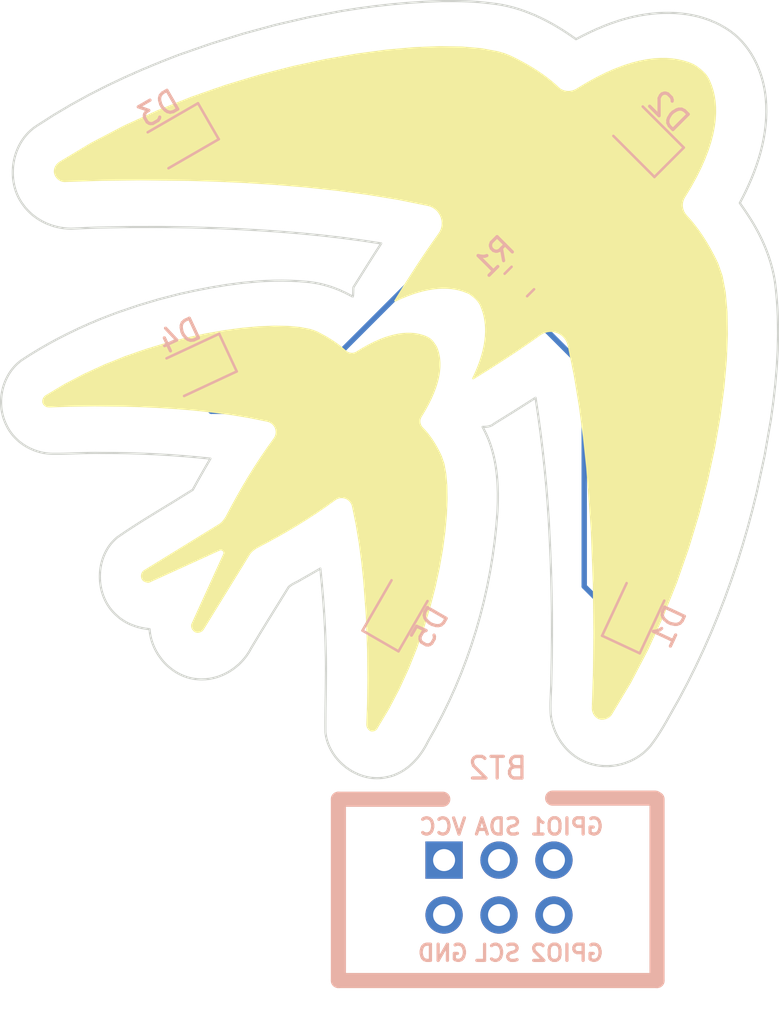
<source format=kicad_pcb>
(kicad_pcb (version 20211014) (generator pcbnew)
  (layers (0 "F.Cu" signal) (31 "B.Cu" signal) (34 "B.Paste" user) (35 "F.Paste" user) (36 "B.SilkS" user "B.Silkscreen") (37 "F.SilkS" user "F.Silkscreen") (38 "B.Mask" user) (39 "F.Mask" user) (44 "Edge.Cuts" user))
  (net 0 "")
  (net 1 "Net-(D1-Pad1)")
  (net 2 "Net-(D1-Pad2)")
  (net 3 "Net-(D2-Pad2)")
  (net 4 "Net-(D3-Pad2)")
  (net 5 "Net-(D4-Pad2)")
  (net 6 "Net-(BT2-Pad1)")
  (net 7 "Net-(BT2-Pad2)")
  (footprint "Simple_Addon_v2:Simple_Addon_v2-SAO-2x3" (layer "F.Cu") (at 168 94)
    (fp_text reference "BT2" (at 0 -5.5) (layer "B.SilkS") (effects (justify mirror)))
    (fp_text value "Battery_Cell")
    (fp_text user "SCL" (at 0 3.048) (layer "B.SilkS") (effects (font (size 0.75 0.75)) (justify mirror)))
    (fp_text user "GND" (at -2.54 3.048 unlocked) (layer "B.SilkS") (effects (font (size 0.75 0.75)) (justify mirror)))
    (fp_text user "VCC" (at -2.54 -2.794 unlocked) (layer "B.SilkS") (effects (font (size 0.75 0.75)) (justify mirror)))
    (fp_text user "GPIO2" (at 3.2 3.048) (layer "B.SilkS") (effects (font (size 0.75 0.75)) (justify mirror)))
    (fp_text user "GPIO1" (at 3.2 -2.794 unlocked) (layer "B.SilkS") (effects (font (size 0.75 0.75)) (justify mirror)))
    (fp_text user "SDA" (at 0 -2.794 unlocked) (layer "B.SilkS") (effects (font (size 0.75 0.75)) (justify mirror)))
    (fp_line (start 7.366 4.318) (end 7.366 -4.064) (layer "B.SilkS") (width 0.7))
    (fp_line (start -2.54 -4.064) (end -7.366 -4.064) (layer "B.SilkS") (width 0.7))
    (fp_line (start -7.366 4.318) (end 7.366 4.318) (layer "B.SilkS") (width 0.7))
    (fp_line (start 7.27964 -4.1148) (end 2.54 -4.1148) (layer "B.SilkS") (width 0.7))
    (fp_line (start -7.366 -4.064) (end -7.366 4.318) (layer "B.SilkS") (width 0.7))
    (pad "1" thru_hole rect locked (at -2.48 -1.25 270) (size 1.7272 1.7272) (drill 1.016) (layers *.Cu *.Mask) (net 6 "Net-(BT2-Pad1)"))
    (pad "2" thru_hole circle locked (at -2.48 1.29 270) (size 1.7272 1.7272) (drill 1.016) (layers *.Cu *.Mask) (net 7 "Net-(BT2-Pad2)"))
    (pad "3" thru_hole oval locked (at 0.06 -1.25 270) (size 1.7272 1.7272) (drill 1.016) (layers *.Cu *.Mask))
    (pad "4" thru_hole oval locked (at 0.06 1.29 270) (size 1.7272 1.7272) (drill 1.016) (layers *.Cu *.Mask))
    (pad "5" thru_hole circle locked (at 2.6 -1.25 270) (size 1.7272 1.7272) (drill 1.016) (layers *.Cu *.Mask))
    (pad "6" thru_hole circle locked (at 2.6 1.29 270) (size 1.7272 1.7272) (drill 1.016) (layers *.Cu *.Mask))
  )
  (footprint "LED_SMD:LED_0805_2012Metric" (layer "B.Cu") (at 153.16325 59.432663 -150)
    (fp_text reference "D3" (at 0 1.65 30) (layer "B.SilkS") (effects (justify mirror)))
    (fp_text value "LED")
    (fp_line (start 1 0.96) (end -1.685 0.96) (layer "B.SilkS") (width 0.12))
    (fp_line (start -1.685 0.96) (end -1.685 -0.96) (layer "B.SilkS") (width 0.12))
    (fp_line (start -1.685 -0.96) (end 1 -0.96) (layer "B.SilkS") (width 0.12))
    (pad "1" smd roundrect (at -0.9375 0 210) (size 0.975 1.4) (layers "B.Cu" "B.Paste" "B.Mask") (net 3 "Net-(D2-Pad2)"))
    (pad "2" smd roundrect (at 0.9375 0 210) (size 0.975 1.4) (layers "B.Cu" "B.Paste" "B.Mask") (net 4 "Net-(D3-Pad2)"))
  )
  (footprint "LED_SMD:LED_0805_2012Metric" (layer "B.Cu") (at 154 70 -155)
    (fp_text reference "D4" (at 0 1.65 25) (layer "B.SilkS") (effects (justify mirror)))
    (fp_text value "LED")
    (fp_line (start 1 0.96) (end -1.685 0.96) (layer "B.SilkS") (width 0.12))
    (fp_line (start -1.685 -0.96) (end 1 -0.96) (layer "B.SilkS") (width 0.12))
    (fp_line (start -1.685 0.96) (end -1.685 -0.96) (layer "B.SilkS") (width 0.12))
    (pad "1" smd roundrect (at -0.9375 0 205) (size 0.975 1.4) (layers "B.Cu" "B.Paste" "B.Mask") (net 4 "Net-(D3-Pad2)"))
    (pad "2" smd roundrect (at 0.9375 0 205) (size 0.975 1.4) (layers "B.Cu" "B.Paste" "B.Mask") (net 5 "Net-(D4-Pad2)"))
  )
  (footprint "LED_SMD:LED_0805_2012Metric" (layer "B.Cu") (at 174.408333 81.256623 65)
    (fp_text reference "D1" (at 0 1.65 65) (layer "B.SilkS") (effects (justify mirror)))
    (fp_text value "LED")
    (fp_line (start 1 0.96) (end -1.685 0.96) (layer "B.SilkS") (width 0.12))
    (fp_line (start -1.685 0.96) (end -1.685 -0.96) (layer "B.SilkS") (width 0.12))
    (fp_line (start -1.685 -0.96) (end 1 -0.96) (layer "B.SilkS") (width 0.12))
    (pad "1" smd roundrect (at -0.9375 0 65) (size 0.975 1.4) (layers "B.Cu" "B.Paste" "B.Mask") (net 1 "Net-(D1-Pad1)"))
    (pad "2" smd roundrect (at 0.9375 0 65) (size 0.975 1.4) (layers "B.Cu" "B.Paste" "B.Mask") (net 2 "Net-(D1-Pad2)"))
  )
  (footprint "Resistor_SMD:R_0805_2012Metric" (layer "B.Cu") (at 169 66 -135)
    (fp_text reference "R1" (at 0 1.65 45) (layer "B.SilkS") (effects (justify mirror)))
    (fp_text value "R")
    (fp_line (start -0.227064 0.735) (end 0.227064 0.735) (layer "B.SilkS") (width 0.12))
    (fp_line (start -0.227064 -0.735) (end 0.227064 -0.735) (layer "B.SilkS") (width 0.12))
    (pad "1" smd roundrect (at -0.9125 0 225) (size 1.025 1.4) (layers "B.Cu" "B.Paste" "B.Mask") (roundrect_rratio 0.243902) (net 7 "Net-(BT2-Pad2)"))
    (pad "2" smd roundrect (at 0.9125 0 225) (size 1.025 1.4) (layers "B.Cu" "B.Paste" "B.Mask") (roundrect_rratio 0.243902) (net 1 "Net-(D1-Pad1)"))
  )
  (footprint "LED_SMD:LED_0805_2012Metric" (layer "B.Cu") (at 174.733692 59.297538 135)
    (fp_text reference "D2" (at 0 1.65 135) (layer "B.SilkS") (effects (justify mirror)))
    (fp_text value "LED")
    (fp_line (start 1 0.96) (end -1.685 0.96) (layer "B.SilkS") (width 0.12))
    (fp_line (start -1.685 -0.96) (end 1 -0.96) (layer "B.SilkS") (width 0.12))
    (fp_line (start -1.685 0.96) (end -1.685 -0.96) (layer "B.SilkS") (width 0.12))
    (pad "1" smd roundrect (at -0.9375 0 135) (size 0.975 1.4) (layers "B.Cu" "B.Paste" "B.Mask") (net 2 "Net-(D1-Pad2)"))
    (pad "2" smd roundrect (at 0.9375 0 135) (size 0.975 1.4) (layers "B.Cu" "B.Paste" "B.Mask") (net 3 "Net-(D2-Pad2)"))
  )
  (footprint "LED_SMD:LED_0805_2012Metric" (layer "B.Cu") (at 163.42275 81.159746 60)
    (fp_text reference "D5" (at 0 1.65 60) (layer "B.SilkS") (effects (justify mirror)))
    (fp_text value "LED")
    (fp_line (start -1.685 0.96) (end -1.685 -0.96) (layer "B.SilkS") (width 0.12))
    (fp_line (start -1.685 -0.96) (end 1 -0.96) (layer "B.SilkS") (width 0.12))
    (fp_line (start 1 0.96) (end -1.685 0.96) (layer "B.SilkS") (width 0.12))
    (pad "1" smd roundrect (at -0.9375 0 60) (size 0.975 1.4) (layers "B.Cu" "B.Paste" "B.Mask") (net 5 "Net-(D4-Pad2)"))
    (pad "2" smd roundrect (at 0.9375 0 60) (size 0.975 1.4) (layers "B.Cu" "B.Paste" "B.Mask") (net 6 "Net-(BT2-Pad1)"))
  )
  (gr_poly (pts (xy 158.293819 68.049941) (xy 158.841641 68.098594) (xy 159.296445 68.184144) (xy 159.485962 68.240417) (xy 159.64862 68.305506) (xy 159.755913 68.360077) (xy 159.859563 68.414647) (xy 159.959648 68.469217) (xy 160.056244 68.523787) (xy 160.149429 68.578358) (xy 160.239282 68.632928) (xy 160.325879 68.687498) (xy 160.409297 68.742069) (xy 160.489616 68.796639) (xy 160.566911 68.851209) (xy 160.64126 68.90578) (xy 160.712741 68.96035) (xy 160.781432 69.01492) (xy 160.84741 69.069491) (xy 160.910753 69.124061) (xy 160.971538 69.178631) (xy 160.984168 69.190723) (xy 160.99724 69.202189) (xy 161.010728 69.213026) (xy 161.024609 69.223228) (xy 161.053451 69.241709) (xy 161.083571 69.257593) (xy 161.114778 69.270842) (xy 161.146875 69.281416) (xy 161.17967 69.289277) (xy 161.212969 69.294387) (xy 161.246578 69.296705) (xy 161.280303 69.296195) (xy 161.313951 69.292817) (xy 161.347327 69.286532) (xy 161.363853 69.282287) (xy 161.380238 69.277301) (xy 161.396459 69.271569) (xy 161.41249 69.265086) (xy 161.428309 69.257847) (xy 161.44389 69.249848) (xy 161.459209 69.241083) (xy 161.474242 69.231548) (xy 161.756111 69.059291) (xy 162.026353 68.908932) (xy 162.285123 68.779424) (xy 162.532576 68.669722) (xy 162.768867 68.578778) (xy 162.99415 68.505546) (xy 163.208582 68.44898) (xy 163.412316 68.408033) (xy 163.605509 68.381658) (xy 163.788314 68.36881) (xy 163.960888 68.368442) (xy 164.123385 68.379507) (xy 164.27596 68.400959) (xy 164.418768 68.431752) (xy 164.551964 68.470839) (xy 164.675704 68.517173) (xy 164.700198 68.527399) (xy 164.724073 68.538205) (xy 164.747327 68.549555) (xy 164.769961 68.561408) (xy 164.791975 68.573726) (xy 164.813369 68.586471) (xy 164.834143 68.599603) (xy 164.854297 68.613084) (xy 164.87383 68.626876) (xy 164.892744 68.640938) (xy 164.911037 68.655233) (xy 164.92871 68.669722) (xy 164.945763 68.684366) (xy 164.962196 68.699126) (xy 164.978009 68.713963) (xy 164.993201 68.72884) (xy 165.05232 68.808214) (xy 165.081104 68.847902) (xy 165.108958 68.88759) (xy 165.135572 68.927277) (xy 165.160635 68.966965) (xy 165.172489 68.986808) (xy 165.183838 69.006652) (xy 165.194645 69.026496) (xy 165.204871 69.04634) (xy 165.251206 69.169788) (xy 165.290292 69.30219) (xy 165.321085 69.443815) (xy 165.342537 69.594937) (xy 165.353603 69.755825) (xy 165.353234 69.926751) (xy 165.340386 70.107987) (xy 165.314012 70.299803) (xy 165.273065 70.502471) (xy 165.216499 70.716263) (xy 165.143267 70.94145) (xy 165.052323 71.178302) (xy 164.94262 71.427092) (xy 164.813112 71.68809) (xy 164.662753 71.961568) (xy 164.490497 72.247798) (xy 164.480961 72.262831) (xy 164.472196 72.278151) (xy 164.464197 72.293732) (xy 164.456958 72.309551) (xy 164.450475 72.325583) (xy 164.444743 72.341804) (xy 164.439757 72.358189) (xy 164.435512 72.374715) (xy 164.432004 72.391357) (xy 164.429227 72.408092) (xy 164.427176 72.424894) (xy 164.425848 72.441739) (xy 164.425237 72.458605) (xy 164.425338 72.475465) (xy 164.426146 72.492296) (xy 164.427657 72.509074) (xy 164.429865 72.525774) (xy 164.432766 72.542373) (xy 164.436355 72.558845) (xy 164.440627 72.575168) (xy 164.445577 72.591316) (xy 164.451201 72.607265) (xy 164.457494 72.622992) (xy 164.46445 72.638472) (xy 164.472065 72.65368) (xy 164.480333 72.668592) (xy 164.489252 72.683185) (xy 164.498814 72.697434) (xy 164.509016 72.711315) (xy 164.519853 72.724803) (xy 164.531319 72.737875) (xy 164.54341 72.750506) (xy 164.598271 72.80693) (xy 164.653636 72.867037) (xy 164.709389 72.930786) (xy 164.765413 72.99814) (xy 164.821592 73.069059) (xy 164.877809 73.143506) (xy 164.933949 73.22144) (xy 164.989896 73.302824) (xy 165.045532 73.387619) (xy 165.100742 73.475785) (xy 165.155409 73.567285) (xy 165.209418 73.662079) (xy 165.262651 73.760129) (xy 165.314993 73.861395) (xy 165.366327 73.96584) (xy 165.416537 74.073424) (xy 165.537899 74.4256) (xy 165.623449 74.880409) (xy 165.672102 75.428237) (xy 165.682772 76.059473) (xy 165.654376 76.764505) (xy 165.585827 77.533719) (xy 165.476041 78.357505) (xy 165.323931 79.22625) (xy 165.128413 80.130341) (xy 164.888402 81.060167) (xy 164.602812 82.006115) (xy 164.270559 82.958574) (xy 163.890556 83.90793) (xy 163.461719 84.844571) (xy 162.982962 85.758886) (xy 162.4532 86.641263) (xy 162.447934 86.653432) (xy 162.442077 86.665137) (xy 162.435659 86.676377) (xy 162.428707 86.687151) (xy 162.421251 86.697461) (xy 162.41332 86.707305) (xy 162.404944 86.716685) (xy 162.396151 86.725599) (xy 162.386971 86.734048) (xy 162.377432 86.742032) (xy 162.367564 86.749551) (xy 162.357395 86.756605) (xy 162.336272 86.769317) (xy 162.314297 86.780169) (xy 162.291702 86.789161) (xy 162.268719 86.796293) (xy 162.245581 86.801564) (xy 162.22252 86.804974) (xy 162.199769 86.806525) (xy 162.177561 86.806214) (xy 162.156128 86.804044) (xy 162.135703 86.800013) (xy 162.123456 86.794822) (xy 162.111525 86.78918) (xy 162.088625 86.776603) (xy 162.067043 86.762399) (xy 162.046818 86.746683) (xy 162.027988 86.729571) (xy 162.010592 86.711181) (xy 161.994669 86.691628) (xy 161.980258 86.671028) (xy 161.967397 86.649498) (xy 161.956125 86.627155) (xy 161.94648 86.604113) (xy 161.938503 86.580491) (xy 161.93223 86.556403) (xy 161.927702 86.531967) (xy 161.924957 86.507297) (xy 161.924033 86.482512) (xy 161.958347 85.495265) (xy 161.972869 84.41376) (xy 161.960415 83.049478) (xy 161.902073 81.484278) (xy 161.778928 79.800018) (xy 161.687144 78.938822) (xy 161.572067 78.078558) (xy 161.431332 77.229458) (xy 161.262576 76.401755) (xy 161.254218 76.370057) (xy 161.244076 76.339478) (xy 161.23223 76.310053) (xy 161.218755 76.281814) (xy 161.203731 76.254796) (xy 161.187233 76.229033) (xy 161.16934 76.204559) (xy 161.15013 76.181407) (xy 161.129679 76.159612) (xy 161.108066 76.139207) (xy 161.085367 76.120226) (xy 161.06166 76.102704) (xy 161.037024 76.086674) (xy 161.011535 76.07217) (xy 160.98527 76.059226) (xy 160.958308 76.047876) (xy 160.930726 76.038153) (xy 160.902601 76.030093) (xy 160.874011 76.023728) (xy 160.845034 76.019092) (xy 160.815746 76.01622) (xy 160.786226 76.015145) (xy 160.756551 76.015902) (xy 160.726798 76.018524) (xy 160.697046 76.023045) (xy 160.66737 76.029499) (xy 160.63785 76.03792) (xy 160.608563 76.048341) (xy 160.579585 76.060798) (xy 160.550995 76.075323) (xy 160.52287 76.09195) (xy 160.495288 76.110715) (xy 160.049785 76.429765) (xy 159.605212 76.733312) (xy 159.16002 77.023217) (xy 158.712657 77.301339) (xy 158.261574 77.56954) (xy 157.805219 77.829679) (xy 157.342042 78.083617) (xy 156.870494 78.333214) (xy 156.845702 78.348407) (xy 156.820988 78.364221) (xy 156.79643 78.380654) (xy 156.772103 78.397707) (xy 156.748087 78.41538) (xy 156.724458 78.433674) (xy 156.701294 78.452587) (xy 156.678673 78.472121) (xy 156.656672 78.492274) (xy 156.635369 78.513048) (xy 156.61484 78.534442) (xy 156.595165 78.556456) (xy 156.576419 78.57909) (xy 156.558681 78.602344) (xy 156.542028 78.626219) (xy 156.526538 78.650714) (xy 154.409869 82.09043) (xy 154.402122 82.102599) (xy 154.393785 82.114298) (xy 154.384885 82.125522) (xy 154.375452 82.136267) (xy 154.365516 82.146527) (xy 154.355105 82.156298) (xy 154.344248 82.165575) (xy 154.332974 82.174352) (xy 154.309293 82.190391) (xy 154.284295 82.204376) (xy 154.258211 82.216268) (xy 154.231275 82.226029) (xy 154.203719 82.233618) (xy 154.175775 82.238999) (xy 154.147676 82.242132) (xy 154.119655 82.242978) (xy 154.091943 82.241499) (xy 154.064775 82.237656) (xy 154.051467 82.234836) (xy 154.038381 82.23141) (xy 154.025548 82.227373) (xy 154.012996 82.222722) (xy 153.988824 82.207225) (xy 153.965969 82.190527) (xy 153.94451 82.172666) (xy 153.924524 82.153681) (xy 153.906089 82.133611) (xy 153.889281 82.112495) (xy 153.874178 82.090371) (xy 153.860858 82.067278) (xy 153.849399 82.043255) (xy 153.839878 82.01834) (xy 153.832372 81.992573) (xy 153.826959 81.965992) (xy 153.823717 81.938636) (xy 153.822723 81.910544) (xy 153.823093 81.896234) (xy 153.824054 81.881754) (xy 153.825616 81.867109) (xy 153.827788 81.852305) (xy 155.309451 78.597798) (xy 155.311778 78.592838) (xy 155.313805 78.587883) (xy 155.315541 78.582937) (xy 155.316996 78.578006) (xy 155.31818 78.573094) (xy 155.319102 78.568207) (xy 155.319772 78.563349) (xy 155.3202 78.558524) (xy 155.320395 78.553738) (xy 155.320368 78.548996) (xy 155.320127 78.544303) (xy 155.319683 78.539662) (xy 155.319046 78.53508) (xy 155.318224 78.53056) (xy 155.317227 78.526109) (xy 155.316066 78.52173) (xy 155.31475 78.517429) (xy 155.313289 78.51321) (xy 155.309969 78.505038) (xy 155.306184 78.497254) (xy 155.302011 78.489897) (xy 155.297529 78.483005) (xy 155.292814 78.476616) (xy 155.287944 78.47077) (xy 155.282996 78.465506) (xy 155.277731 78.460558) (xy 155.271886 78.455688) (xy 155.265497 78.450972) (xy 155.258604 78.446489) (xy 155.251247 78.442316) (xy 155.243463 78.438531) (xy 155.235292 78.435211) (xy 155.226771 78.432433) (xy 155.217941 78.430276) (xy 155.208839 78.428816) (xy 155.199505 78.428131) (xy 155.194763 78.428104) (xy 155.189977 78.428299) (xy 155.185153 78.428727) (xy 155.180294 78.429397) (xy 155.175407 78.430319) (xy 155.170495 78.431503) (xy 155.165564 78.432958) (xy 155.160618 78.434694) (xy 155.155663 78.436721) (xy 155.150702 78.439047) (xy 151.896329 79.920714) (xy 151.881449 79.922886) (xy 151.866589 79.924448) (xy 151.851768 79.925409) (xy 151.837004 79.925778) (xy 151.822318 79.925567) (xy 151.807729 79.924784) (xy 151.793257 79.923439) (xy 151.77892 79.921541) (xy 151.764738 79.919101) (xy 151.75073 79.916128) (xy 151.736917 79.912632) (xy 151.723316 79.908622) (xy 151.709948 79.904109) (xy 151.696832 79.899101) (xy 151.683987 79.893609) (xy 151.671433 79.887642) (xy 151.659189 79.88121) (xy 151.647274 79.874322) (xy 151.635709 79.866989) (xy 151.624511 79.85922) (xy 151.613701 79.851024) (xy 151.603298 79.842412) (xy 151.593321 79.833393) (xy 151.58379 79.823977) (xy 151.574724 79.814173) (xy 151.566143 79.803991) (xy 151.558065 79.793441) (xy 151.55051 79.782532) (xy 151.543499 79.771275) (xy 151.537049 79.759678) (xy 151.53118 79.747752) (xy 151.525912 79.735507) (xy 151.52126 79.720626) (xy 151.517224 79.70576) (xy 151.513798 79.690923) (xy 151.510977 79.67613) (xy 151.508758 79.661394) (xy 151.507134 79.646732) (xy 151.506101 79.632157) (xy 151.505655 79.617683) (xy 151.50579 79.603326) (xy 151.506501 79.5891) (xy 151.507784 79.575018) (xy 151.509634 79.561097) (xy 151.512045 79.547351) (xy 151.515014 79.533793) (xy 151.518536 79.520438) (xy 151.522604 79.507302) (xy 151.527216 79.494398) (xy 151.532365 79.481742) (xy 151.538047 79.469347) (xy 151.544257 79.457228) (xy 151.55099 79.4454) (xy 151.558242 79.433877) (xy 151.566007 79.422673) (xy 151.574281 79.411805) (xy 151.583058 79.401284) (xy 151.592335 79.391128) (xy 151.602106 79.381349) (xy 151.612366 79.371962) (xy 151.62311 79.362983) (xy 151.634334 79.354425) (xy 151.646033 79.346303) (xy 151.658202 79.338631) (xy 155.097785 77.221964) (xy 155.12228 77.206474) (xy 155.146155 77.189821) (xy 155.169409 77.172083) (xy 155.192044 77.153338) (xy 155.214058 77.133662) (xy 155.235452 77.113134) (xy 155.256226 77.09183) (xy 155.27638 77.069829) (xy 155.295913 77.047208) (xy 155.314827 77.024044) (xy 155.33312 77.000415) (xy 155.350793 76.976398) (xy 155.367847 76.952072) (xy 155.38428 76.927513) (xy 155.400093 76.902798) (xy 155.415286 76.878007) (xy 155.664884 76.406458) (xy 155.918822 75.943282) (xy 156.178961 75.486928) (xy 156.447161 75.035844) (xy 156.725283 74.588482) (xy 157.015188 74.14329) (xy 157.318735 73.698717) (xy 157.637786 73.253214) (xy 157.65655 73.225632) (xy 157.673178 73.197507) (xy 157.687703 73.168917) (xy 157.700159 73.13994) (xy 157.710581 73.110652) (xy 157.719002 73.081132) (xy 157.725456 73.051456) (xy 157.729977 73.021704) (xy 157.732598 72.991951) (xy 157.733355 72.962276) (xy 157.73228 72.932755) (xy 157.729408 72.903468) (xy 157.724773 72.87449) (xy 157.718408 72.8459) (xy 157.710347 72.817775) (xy 157.700625 72.790193) (xy 157.689275 72.763231) (xy 157.676331 72.736966) (xy 157.661827 72.711477) (xy 157.645797 72.68684) (xy 157.628274 72.663134) (xy 157.609294 72.640435) (xy 157.588889 72.618821) (xy 157.567094 72.59837) (xy 157.543942 72.579159) (xy 157.519468 72.561266) (xy 157.493705 72.544769) (xy 157.466687 72.529744) (xy 157.438449 72.516269) (xy 157.409023 72.504423) (xy 157.378445 72.494281) (xy 157.346747 72.485922) (xy 156.519045 72.317167) (xy 155.669949 72.176432) (xy 154.809691 72.061356) (xy 153.948503 71.969572) (xy 153.096617 71.898717) (xy 152.264264 71.846427) (xy 151.461677 71.810338) (xy 150.699088 71.788085) (xy 149.33483 71.775631) (xy 148.253346 71.790152) (xy 147.26612 71.824465) (xy 147.251392 71.824234) (xy 147.236975 71.823542) (xy 147.222867 71.822394) (xy 147.20907 71.820796) (xy 147.195582 71.818753) (xy 147.182405 71.816268) (xy 147.169537 71.813348) (xy 147.15698 71.809996) (xy 147.144733 71.806218) (xy 147.132795 71.802018) (xy 147.121168 71.797402) (xy 147.109851 71.792374) (xy 147.098844 71.786939) (xy 147.088147 71.781102) (xy 147.07776 71.774868) (xy 147.067683 71.768241) (xy 147.057916 71.761226) (xy 147.048459 71.753829) (xy 147.039312 71.746054) (xy 147.030476 71.737906) (xy 147.021949 71.72939) (xy 147.013733 71.720511) (xy 147.005826 71.711273) (xy 146.99823 71.701681) (xy 146.990943 71.691741) (xy 146.983967 71.681456) (xy 146.977301 71.670833) (xy 146.970945 71.659875) (xy 146.964899 71.648587) (xy 146.959163 71.636976) (xy 146.948621 71.612797) (xy 146.946372 71.600397) (xy 146.944583 71.588006) (xy 146.94325 71.575634) (xy 146.942368 71.563291) (xy 146.941931 71.550987) (xy 146.941935 71.538732) (xy 146.942375 71.526535) (xy 146.943246 71.514405) (xy 146.944544 71.502353) (xy 146.946263 71.490389) (xy 146.948399 71.478521) (xy 146.950946 71.46676) (xy 146.957257 71.443596) (xy 146.965157 71.420974) (xy 146.974608 71.398973) (xy 146.985569 71.37767) (xy 146.998004 71.357141) (xy 147.011873 71.337465) (xy 147.027137 71.31872) (xy 147.043757 71.300982) (xy 147.052564 71.292515) (xy 147.061695 71.284329) (xy 147.071147 71.276434) (xy 147.080913 71.268839) (xy 147.963287 70.739079) (xy 148.877598 70.260322) (xy 149.814233 69.831485) (xy 150.763581 69.451483) (xy 151.71603 69.119229) (xy 152.661967 68.833639) (xy 153.591781 68.593628) (xy 154.49586 68.398111) (xy 155.364593 68.246001) (xy 156.188367 68.136214) (xy 156.95757 68.067666) (xy 157.662592 68.039269)) (layer "F.SilkS") (width 0) (fill solid))
  (gr_poly (pts (xy 166.345335 55.133083) (xy 167.255028 55.212769) (xy 168.009149 55.353225) (xy 168.32282 55.445661) (xy 168.591536 55.552593) (xy 168.77666 55.642187) (xy 168.955079 55.732324) (xy 169.126909 55.822925) (xy 169.292267 55.913915) (xy 169.451269 56.005214) (xy 169.604031 56.096746) (xy 169.75067 56.188433) (xy 169.891301 56.280197) (xy 170.026041 56.371962) (xy 170.155006 56.463648) (xy 170.278312 56.55518) (xy 170.396077 56.64648) (xy 170.508415 56.737469) (xy 170.615444 56.828071) (xy 170.717279 56.918207) (xy 170.814036 57.007801) (xy 170.834261 57.027102) (xy 170.855222 57.045318) (xy 170.876881 57.062449) (xy 170.899199 57.078495) (xy 170.922137 57.093455) (xy 170.945656 57.10733) (xy 170.994284 57.131825) (xy 171.044772 57.151978) (xy 171.09681 57.167791) (xy 171.150088 57.179264) (xy 171.204297 57.186395) (xy 171.259126 57.189185) (xy 171.314265 57.187635) (xy 171.369404 57.181744) (xy 171.424232 57.171512) (xy 171.478441 57.156939) (xy 171.53172 57.138026) (xy 171.583758 57.114771) (xy 171.634246 57.087176) (xy 172.110237 56.798828) (xy 172.566075 56.547726) (xy 173.002068 56.332048) (xy 173.418528 56.149972) (xy 173.815765 55.999678) (xy 174.194088 55.879343) (xy 174.553807 55.787146) (xy 174.895233 55.721265) (xy 175.218676 55.679878) (xy 175.524445 55.661165) (xy 175.812851 55.663303) (xy 176.084203 55.684471) (xy 176.338813 55.722847) (xy 176.576989 55.77661) (xy 176.799042 55.843938) (xy 177.005282 55.92301) (xy 177.035339 55.9385) (xy 177.0659 55.955152) (xy 177.096848 55.97289) (xy 177.128067 55.991636) (xy 177.159441 56.011312) (xy 177.190854 56.03184) (xy 177.222189 56.053144) (xy 177.253331 56.075145) (xy 177.284163 56.097766) (xy 177.314568 56.12093) (xy 177.344431 56.144559) (xy 177.373634 56.168576) (xy 177.402063 56.192903) (xy 177.4296 56.217462) (xy 177.45613 56.242176) (xy 177.481536 56.266968) (xy 177.510688 56.292083) (xy 177.538638 56.317817) (xy 177.565426 56.344172) (xy 177.591089 56.371148) (xy 177.615668 56.398743) (xy 177.6392 56.426958) (xy 177.661724 56.455794) (xy 177.68328 56.485249) (xy 177.703905 56.515325) (xy 177.723639 56.546021) (xy 177.74252 56.577336) (xy 177.760588 56.609273) (xy 177.77788 56.641829) (xy 177.794435 56.675005) (xy 177.810293 56.708801) (xy 177.825492 56.743218) (xy 177.908924 56.949458) (xy 177.979489 57.171511) (xy 178.035481 57.409687) (xy 178.075194 57.664297) (xy 178.096925 57.93565) (xy 178.098966 58.224056) (xy 178.079614 58.529825) (xy 178.037162 58.853267) (xy 177.969905 59.194694) (xy 177.876138 59.554413) (xy 177.754156 59.932736) (xy 177.602254 60.329973) (xy 177.418725 60.746433) (xy 177.201865 61.182427) (xy 176.949969 61.638265) (xy 176.66133 62.114256) (xy 176.633735 62.164454) (xy 176.61048 62.215697) (xy 176.591566 62.267794) (xy 176.576993 62.320549) (xy 176.566761 62.373769) (xy 176.560869 62.427261) (xy 176.559319 62.48083) (xy 176.562109 62.534282) (xy 176.56924 62.587425) (xy 176.580712 62.640064) (xy 176.596524 62.692005) (xy 176.616678 62.743055) (xy 176.641172 62.79302) (xy 176.670007 62.841705) (xy 176.686052 62.865508) (xy 176.703182 62.888918) (xy 176.721398 62.911912) (xy 176.740699 62.934465) (xy 176.920431 63.133057) (xy 177.102022 63.352424) (xy 177.284854 63.593494) (xy 177.468306 63.857199) (xy 177.651758 64.144469) (xy 177.834589 64.456233) (xy 178.01618 64.793421) (xy 178.106316 64.971841) (xy 178.19591 65.156965) (xy 178.399638 65.739061) (xy 178.543331 66.492387) (xy 178.625245 67.400898) (xy 178.643635 68.448548) (xy 178.596758 69.619293) (xy 178.48287 70.897086) (xy 178.300226 72.265882) (xy 178.047082 73.709637) (xy 177.721695 75.212304) (xy 177.32232 76.757838) (xy 176.847214 78.330195) (xy 176.294631 79.913328) (xy 175.662829 81.491193) (xy 174.950062 83.047743) (xy 174.154588 84.566935) (xy 173.274661 86.032721) (xy 173.248649 86.066201) (xy 173.220349 86.097161) (xy 173.189957 86.125564) (xy 173.157666 86.15137) (xy 173.123669 86.17454) (xy 173.088161 86.195036) (xy 173.051335 86.21282) (xy 173.013385 86.227851) (xy 172.974505 86.240092) (xy 172.934889 86.249504) (xy 172.89473 86.256047) (xy 172.854222 86.259684) (xy 172.813559 86.260375) (xy 172.772936 86.258082) (xy 172.732545 86.252765) (xy 172.69258 86.244387) (xy 172.653835 86.22798) (xy 172.617028 86.208627) (xy 172.582237 86.186484) (xy 172.549538 86.161705) (xy 172.51901 86.134446) (xy 172.49073 86.104861) (xy 172.464776 86.073106) (xy 172.441224 86.039335) (xy 172.420153 86.003704) (xy 172.40164 85.966368) (xy 172.385762 85.927481) (xy 172.372598 85.887199) (xy 172.362224 85.845677) (xy 172.354718 85.80307) (xy 172.350158 85.759533) (xy 172.34862 85.71522) (xy 172.40195 84.07685) (xy 172.422568 82.278645) (xy 172.398229 80.010077) (xy 172.298235 77.407886) (xy 172.091891 74.608811) (xy 171.939246 73.178173) (xy 171.748502 71.749591) (xy 171.515823 70.340157) (xy 171.237372 68.966964) (xy 171.223441 68.913409) (xy 171.206541 68.861913) (xy 171.186801 68.812519) (xy 171.164353 68.765271) (xy 171.139328 68.720214) (xy 171.111856 68.677389) (xy 171.082068 68.636842) (xy 171.050096 68.598615) (xy 171.016069 68.562753) (xy 170.980119 68.529298) (xy 170.942377 68.498294) (xy 170.902973 68.469786) (xy 170.862038 68.443816) (xy 170.819703 68.420428) (xy 170.776098 68.399667) (xy 170.731355 68.381574) (xy 170.685604 68.366195) (xy 170.638977 68.353572) (xy 170.591603 68.34375) (xy 170.543614 68.336771) (xy 170.495141 68.332679) (xy 170.446314 68.331519) (xy 170.397264 68.333334) (xy 170.348122 68.338166) (xy 170.299019 68.34606) (xy 170.250085 68.35706) (xy 170.201452 68.371209) (xy 170.153249 68.38855) (xy 170.105609 68.409128) (xy 170.058662 68.432986) (xy 170.012538 68.460167) (xy 169.967368 68.490715) (xy 169.580415 68.76491) (xy 169.193462 69.032284) (xy 168.806509 69.293456) (xy 168.419557 69.549048) (xy 167.645651 70.045968) (xy 166.871745 70.528006) (xy 166.869265 70.527929) (xy 166.86679 70.527703) (xy 166.864325 70.52733) (xy 166.861875 70.526818) (xy 166.859443 70.526169) (xy 166.857036 70.52539) (xy 166.854658 70.524485) (xy 166.852314 70.523459) (xy 166.850009 70.522316) (xy 166.847747 70.521062) (xy 166.845534 70.519702) (xy 166.843374 70.51824) (xy 166.841272 70.51668) (xy 166.839234 70.515029) (xy 166.837263 70.513291) (xy 166.835364 70.51147) (xy 166.833543 70.509572) (xy 166.831805 70.507601) (xy 166.830154 70.505562) (xy 166.828595 70.50346) (xy 166.827132 70.5013) (xy 166.825772 70.499087) (xy 166.824518 70.496825) (xy 166.823375 70.49452) (xy 166.822349 70.492176) (xy 166.821444 70.489798) (xy 166.820665 70.487391) (xy 166.820016 70.48496) (xy 166.819503 70.482509) (xy 166.819131 70.480044) (xy 166.818904 70.477569) (xy 166.818828 70.47509) (xy 166.948568 70.197561) (xy 167.060518 69.93042) (xy 167.155493 69.673511) (xy 167.234306 69.426678) (xy 167.297771 69.189767) (xy 167.346702 68.962624) (xy 167.381913 68.745092) (xy 167.404218 68.537017) (xy 167.41443 68.338243) (xy 167.413364 68.148616) (xy 167.401834 67.967982) (xy 167.380653 67.796183) (xy 167.350635 67.633067) (xy 167.312595 67.478477) (xy 167.267345 67.332258) (xy 167.215701 67.194256) (xy 167.205172 67.164801) (xy 167.19348 67.135965) (xy 167.180703 67.10775) (xy 167.166918 67.080155) (xy 167.152204 67.053179) (xy 167.136636 67.026824) (xy 167.120293 67.00109) (xy 167.103253 66.975975) (xy 167.085593 66.95148) (xy 167.06739 66.927606) (xy 167.048722 66.904351) (xy 167.029666 66.881717) (xy 167.0103 66.859703) (xy 166.990702 66.838309) (xy 166.970949 66.817536) (xy 166.951117 66.797382) (xy 166.85562 66.718833) (xy 166.809267 66.681109) (xy 166.786032 66.662906) (xy 166.762603 66.645246) (xy 166.738864 66.628205) (xy 166.714699 66.611863) (xy 166.689991 66.596295) (xy 166.664624 66.58158) (xy 166.638483 66.567796) (xy 166.611449 66.555019) (xy 166.583409 66.543327) (xy 166.554244 66.532798) (xy 166.420893 66.481154) (xy 166.278705 66.435905) (xy 166.127526 66.397864) (xy 165.9672 66.367847) (xy 165.797572 66.346666) (xy 165.618487 66.335136) (xy 165.429791 66.33407) (xy 165.231327 66.344282) (xy 165.022942 66.366587) (xy 164.80448 66.401798) (xy 164.575786 66.45073) (xy 164.336705 66.514195) (xy 164.087081 66.593008) (xy 163.826761 66.687983) (xy 163.555589 66.799933) (xy 163.27341 66.929674) (xy 163.270855 66.929597) (xy 163.268165 66.92937) (xy 163.265358 66.928998) (xy 163.262454 66.928485) (xy 163.259473 66.927837) (xy 163.256434 66.927058) (xy 163.253356 66.926152) (xy 163.250258 66.925126) (xy 163.247161 66.923983) (xy 163.244083 66.922729) (xy 163.241044 66.921369) (xy 163.238063 66.919907) (xy 163.235159 66.918347) (xy 163.232353 66.916696) (xy 163.229662 66.914958) (xy 163.227107 66.913137) (xy 163.224708 66.911238) (xy 163.222483 66.909267) (xy 163.220451 66.907229) (xy 163.218633 66.905127) (xy 163.217047 66.902967) (xy 163.215713 66.900753) (xy 163.214651 66.898492) (xy 163.213879 66.896187) (xy 163.213418 66.893843) (xy 163.213285 66.891465) (xy 163.213502 66.889058) (xy 163.214087 66.886626) (xy 163.215059 66.884176) (xy 163.216439 66.881711) (xy 163.218245 66.879236) (xy 163.220496 66.876756) (xy 163.702533 66.10285) (xy 164.199452 65.328944) (xy 164.455044 64.941991) (xy 164.716216 64.555038) (xy 164.98359 64.168085) (xy 165.257785 63.781131) (xy 165.288258 63.735962) (xy 165.315223 63.689839) (xy 165.33874 63.642891) (xy 165.358864 63.595251) (xy 165.375656 63.547049) (xy 165.389173 63.498416) (xy 165.399473 63.449483) (xy 165.406614 63.40038) (xy 165.410654 63.351238) (xy 165.411652 63.302188) (xy 165.409666 63.253361) (xy 165.404754 63.204888) (xy 165.396973 63.156899) (xy 165.386383 63.109525) (xy 165.37304 63.062898) (xy 165.357005 63.017147) (xy 165.338333 62.972404) (xy 165.317085 62.9288) (xy 165.293317 62.886465) (xy 165.267088 62.84553) (xy 165.238456 62.806126) (xy 165.207479 62.768383) (xy 165.174215 62.732433) (xy 165.138723 62.698407) (xy 165.101061 62.666435) (xy 165.061286 62.636647) (xy 165.019457 62.609175) (xy 164.975632 62.58415) (xy 164.929869 62.561702) (xy 164.882227 62.541963) (xy 164.832763 62.525062) (xy 164.781535 62.511131) (xy 163.408634 62.232679) (xy 162 62) (xy 160.572606 61.809256) (xy 159.14343 61.65661) (xy 157.729447 61.538226) (xy 156.347632 61.450266) (xy 155.014962 61.388894) (xy 153.748412 61.350272) (xy 151.481574 61.325933) (xy 149.682924 61.346551) (xy 148.033412 61.399881) (xy 148.011168 61.401823) (xy 147.989099 61.402704) (xy 147.967224 61.402549) (xy 147.945562 61.40138) (xy 147.924132 61.399224) (xy 147.902955 61.396103) (xy 147.882048 61.392042) (xy 147.861433 61.387066) (xy 147.841127 61.381198) (xy 147.821151 61.374463) (xy 147.801523 61.366886) (xy 147.782264 61.358489) (xy 147.763393 61.349298) (xy 147.744928 61.339336) (xy 147.72689 61.328629) (xy 147.709297 61.317199) (xy 147.69217 61.305072) (xy 147.675527 61.292272) (xy 147.659387 61.278822) (xy 147.643771 61.264748) (xy 147.628698 61.250073) (xy 147.614187 61.234821) (xy 147.600257 61.219017) (xy 147.586928 61.202684) (xy 147.574219 61.185848) (xy 147.562149 61.168533) (xy 147.550738 61.150762) (xy 147.540006 61.132559) (xy 147.529971 61.11395) (xy 147.520653 61.094958) (xy 147.512072 61.075608) (xy 147.504247 61.055923) (xy 147.497345 61.036006) (xy 147.491508 61.015958) (xy 147.486718 60.995803) (xy 147.482956 60.975566) (xy 147.4802 60.955271) (xy 147.478434 60.934942) (xy 147.477636 60.914603) (xy 147.477788 60.894279) (xy 147.478869 60.873994) (xy 147.480862 60.853771) (xy 147.483746 60.833636) (xy 147.487502 60.813612) (xy 147.492111 60.793724) (xy 147.497553 60.773996) (xy 147.503809 60.754452) (xy 147.51086 60.735116) (xy 147.518686 60.716013) (xy 147.527267 60.697166) (xy 147.536585 60.678601) (xy 147.54662 60.66034) (xy 147.557352 60.642409) (xy 147.568763 60.624832) (xy 147.580833 60.607633) (xy 147.593542 60.590835) (xy 147.606871 60.574464) (xy 147.620801 60.558544) (xy 147.635312 60.543098) (xy 147.650385 60.528152) (xy 147.666001 60.513728) (xy 147.68214 60.499853) (xy 147.698783 60.486548) (xy 147.715911 60.47384) (xy 149.177314 59.594204) (xy 150.693248 58.799524) (xy 152.247552 58.087939) (xy 153.824064 57.457591) (xy 155.406623 56.906617) (xy 156.979066 56.433157) (xy 158.525231 56.035353) (xy 160.028957 55.711342) (xy 161.474082 55.459264) (xy 162.844444 55.27726) (xy 164.123881 55.163469) (xy 165.296233 55.11603)) (layer "F.SilkS") (width 0) (fill solid))
  (gr_poly (pts (xy 166.274614 53.039479) (xy 166.555824 53.047734) (xy 166.836775 53.060995) (xy 167.11734 53.080133) (xy 167.397392 53.106022) (xy 167.676805 53.139533) (xy 167.946719 53.172064) (xy 168.213871 53.216622) (xy 168.478183 53.27266) (xy 168.739574 53.339631) (xy 168.997965 53.41699) (xy 169.253276 53.504189) (xy 169.505427 53.600682) (xy 169.754339 53.705922) (xy 169.999932 53.819363) (xy 170.242126 53.940458) (xy 170.480842 54.068661) (xy 170.715999 54.203426) (xy 170.947518 54.344204) (xy 171.17532 54.490451) (xy 171.399325 54.641619) (xy 171.619453 54.797162) (xy 171.939359 54.631399) (xy 172.263444 54.473216) (xy 172.591765 54.323888) (xy 172.924382 54.184688) (xy 173.26135 54.056892) (xy 173.602729 53.941772) (xy 173.775091 53.889364) (xy 173.948576 53.840603) (xy 174.123194 53.795649) (xy 174.298949 53.75466) (xy 174.566535 53.700223) (xy 174.837235 53.655198) (xy 175.110337 53.620087) (xy 175.385128 53.595393) (xy 175.660897 53.58162) (xy 175.93693 53.57927) (xy 176.212516 53.588846) (xy 176.486943 53.610851) (xy 176.759498 53.645787) (xy 177.029468 53.694158) (xy 177.296142 53.756467) (xy 177.558806 53.833215) (xy 177.81675 53.924907) (xy 178.06926 54.032045) (xy 178.315625 54.155132) (xy 178.555131 54.29467) (xy 178.756939 54.428951) (xy 178.94708 54.576402) (xy 179.125569 54.736119) (xy 179.29242 54.907197) (xy 179.447646 55.088733) (xy 179.591262 55.279823) (xy 179.723282 55.479562) (xy 179.84372 55.687047) (xy 179.95259 55.901373) (xy 180.049906 56.121637) (xy 180.135682 56.346934) (xy 180.209933 56.57636) (xy 180.272672 56.809011) (xy 180.323914 57.043984) (xy 180.363672 57.280374) (xy 180.391961 57.517277) (xy 180.414217 57.835644) (xy 180.420048 58.153191) (xy 180.410197 58.469665) (xy 180.385404 58.784816) (xy 180.346413 59.098393) (xy 180.293965 59.410143) (xy 180.228802 59.719815) (xy 180.151667 60.027158) (xy 180.063302 60.331921) (xy 179.964449 60.633852) (xy 179.85585 60.9327) (xy 179.738246 61.228214) (xy 179.612381 61.520141) (xy 179.478996 61.808231) (xy 179.338834 62.092232) (xy 179.192636 62.371893) (xy 179.292929 62.514892) (xy 179.392211 62.658596) (xy 179.489788 62.803448) (xy 179.53772 62.876444) (xy 179.584966 62.949894) (xy 179.698142 63.125486) (xy 179.807382 63.303709) (xy 179.912502 63.484482) (xy 180.013317 63.667723) (xy 180.109643 63.853353) (xy 180.201295 64.04129) (xy 180.28809 64.231454) (xy 180.369843 64.423763) (xy 180.446369 64.618138) (xy 180.517484 64.814498) (xy 180.583005 65.012761) (xy 180.642745 65.212847) (xy 180.696522 65.414676) (xy 180.744151 65.618166) (xy 180.785447 65.823237) (xy 180.820226 66.029808) (xy 180.866555 66.424223) (xy 180.903252 66.819263) (xy 180.930727 67.21482) (xy 180.94939 67.610784) (xy 180.961925 68.403495) (xy 180.944138 69.196519) (xy 180.899313 69.988981) (xy 180.830733 70.780004) (xy 180.741681 71.568713) (xy 180.635438 72.354231) (xy 180.341353 74.044404) (xy 179.981937 75.723024) (xy 179.777242 76.556782) (xy 179.555631 77.386188) (xy 179.316908 78.210755) (xy 179.060878 79.029994) (xy 178.787348 79.843418) (xy 178.496122 80.650538) (xy 178.187005 81.450868) (xy 177.859803 82.243918) (xy 177.514322 83.029202) (xy 177.150366 83.806232) (xy 176.767741 84.574519) (xy 176.366252 85.333576) (xy 176.223717 85.581876) (xy 176.083592 85.831804) (xy 175.803194 86.331779) (xy 175.659233 86.579442) (xy 175.510304 86.823966) (xy 175.354565 87.064158) (xy 175.273564 87.182258) (xy 175.19017 87.298828) (xy 175.067746 87.462418) (xy 174.932409 87.614203) (xy 174.785289 87.753835) (xy 174.627514 87.880967) (xy 174.460214 87.99525) (xy 174.284519 88.096335) (xy 174.101557 88.183874) (xy 173.912458 88.25752) (xy 173.718351 88.316923) (xy 173.520366 88.361736) (xy 173.319632 88.39161) (xy 173.117278 88.406197) (xy 172.914433 88.405148) (xy 172.712228 88.388116) (xy 172.51179 88.354751) (xy 172.31425 88.304707) (xy 172.220532 88.276806) (xy 172.128493 88.245064) (xy 172.038195 88.20959) (xy 171.949701 88.170497) (xy 171.778367 88.081887) (xy 171.614986 87.980117) (xy 171.460049 87.866067) (xy 171.31405 87.740618) (xy 171.177482 87.604653) (xy 171.050839 87.459052) (xy 170.934614 87.304697) (xy 170.829299 87.14247) (xy 170.735388 86.973251) (xy 170.653375 86.797922) (xy 170.583751 86.617365) (xy 170.527011 86.43246) (xy 170.483648 86.24409) (xy 170.454154 86.053135) (xy 170.446678 85.947846) (xy 170.441694 85.842506) (xy 170.438108 85.631693) (xy 170.441209 85.42074) (xy 170.448811 85.20969) (xy 170.468773 84.787471) (xy 170.47676 84.576389) (xy 170.480504 84.365383) (xy 170.499305 83.367217) (xy 170.508243 82.354955) (xy 170.505422 81.338155) (xy 170.488946 80.326374) (xy 170.474475 79.704835) (xy 170.454173 79.076112) (xy 170.429075 78.443966) (xy 170.40022 77.812159) (xy 170.357452 77.003468) (xy 170.303254 76.194237) (xy 170.237827 75.385314) (xy 170.161372 74.577546) (xy 170.074091 73.771779) (xy 169.976184 72.968862) (xy 169.867853 72.16964) (xy 169.749299 71.374962) (xy 168.79176 71.981041) (xy 168.311055 72.280993) (xy 167.828664 72.578268) (xy 167.800371 72.601836) (xy 167.771178 72.622703) (xy 167.741142 72.641032) (xy 167.710324 72.656988) (xy 167.678781 72.670733) (xy 167.646573 72.68243) (xy 167.613759 72.692243) (xy 167.580398 72.700334) (xy 167.546548 72.706867) (xy 167.512268 72.712006) (xy 167.477618 72.715913) (xy 167.442656 72.718751) (xy 167.372033 72.721875) (xy 167.30087 72.722683) (xy 167.375732 72.867652) (xy 167.412198 72.94065) (xy 167.447862 73.014042) (xy 167.482603 73.087867) (xy 167.516302 73.162161) (xy 167.548839 73.236965) (xy 167.580093 73.312315) (xy 167.653587 73.51075) (xy 167.718863 73.711421) (xy 167.776312 73.914119) (xy 167.826323 74.118635) (xy 167.869287 74.324757) (xy 167.905594 74.532277) (xy 167.935634 74.740984) (xy 167.959797 74.950668) (xy 167.978474 75.16112) (xy 167.992055 75.372129) (xy 168.005489 75.79498) (xy 168.00322 76.217542) (xy 167.988372 76.638134) (xy 167.932199 77.335618) (xy 167.856557 78.031485) (xy 167.761486 78.725133) (xy 167.647026 79.41596) (xy 167.513218 80.103365) (xy 167.3601 80.786745) (xy 167.187713 81.465499) (xy 166.996096 82.139024) (xy 166.785291 82.806718) (xy 166.555335 83.46798) (xy 166.306271 84.122207) (xy 166.038136 84.768797) (xy 165.750972 85.407149) (xy 165.444818 86.036661) (xy 165.119715 86.65673) (xy 164.775701 87.266754) (xy 164.702912 87.410114) (xy 164.62372 87.551292) (xy 164.538205 87.6896) (xy 164.446449 87.824346) (xy 164.348533 87.954838) (xy 164.244538 88.080387) (xy 164.134546 88.200301) (xy 164.018637 88.31389) (xy 163.896893 88.420463) (xy 163.769395 88.519328) (xy 163.636224 88.609795) (xy 163.497463 88.691173) (xy 163.353191 88.762772) (xy 163.20349 88.823899) (xy 163.12663 88.850321) (xy 163.048442 88.873866) (xy 162.968938 88.894448) (xy 162.888128 88.91198) (xy 162.765117 88.93654) (xy 162.641811 88.953372) (xy 162.518456 88.962673) (xy 162.3953 88.964642) (xy 162.272591 88.959474) (xy 162.150578 88.947369) (xy 162.029507 88.928522) (xy 161.909626 88.903132) (xy 161.791184 88.871395) (xy 161.674428 88.833509) (xy 161.559605 88.789671) (xy 161.446964 88.740079) (xy 161.336752 88.684929) (xy 161.229217 88.62442) (xy 161.124607 88.558748) (xy 161.023169 88.488112) (xy 160.925152 88.412707) (xy 160.830803 88.332732) (xy 160.740369 88.248384) (xy 160.6541 88.15986) (xy 160.572241 88.067357) (xy 160.495042 87.971074) (xy 160.42275 87.871206) (xy 160.355612 87.767952) (xy 160.293877 87.661509) (xy 160.237792 87.552074) (xy 160.187605 87.439844) (xy 160.143564 87.325018) (xy 160.105916 87.207791) (xy 160.07491 87.088362) (xy 160.050792 86.966928) (xy 160.033812 86.843685) (xy 160.032224 86.352825) (xy 160.035937 85.861799) (xy 160.050232 84.879421) (xy 160.058631 83.896899) (xy 160.054976 83.405692) (xy 160.043073 82.91458) (xy 160.038534 82.709678) (xy 160.031861 82.498786) (xy 160.017595 82.105061) (xy 159.979 81.391995) (xy 159.929222 80.678714) (xy 159.868853 79.969994) (xy 159.798486 79.270613) (xy 159.340005 79.53574) (xy 158.879482 79.797316) (xy 158.845753 79.81879) (xy 158.811082 79.839255) (xy 158.775657 79.858912) (xy 158.739663 79.877957) (xy 158.593751 79.952004) (xy 158.557723 79.970976) (xy 158.522251 79.990528) (xy 158.48752 80.01086) (xy 158.453718 80.032171) (xy 158.421031 80.054658) (xy 158.389648 80.078522) (xy 158.359754 80.10396) (xy 158.331537 80.13117) (xy 157.457921 81.541108) (xy 157.026394 82.243797) (xy 156.601637 82.947863) (xy 156.509859 83.114529) (xy 156.40595 83.274027) (xy 156.29069 83.425702) (xy 156.164857 83.568899) (xy 156.029233 83.702961) (xy 155.884597 83.827234) (xy 155.731728 83.941062) (xy 155.571407 84.04379) (xy 155.404414 84.134761) (xy 155.231527 84.21332) (xy 155.053527 84.278812) (xy 154.871194 84.330582) (xy 154.685307 84.367973) (xy 154.496647 84.39033) (xy 154.305992 84.396998) (xy 154.210161 84.394244) (xy 154.114124 84.387322) (xy 154.004515 84.376001) (xy 153.896311 84.359116) (xy 153.789633 84.33683) (xy 153.684601 84.309305) (xy 153.581336 84.276703) (xy 153.479958 84.239187) (xy 153.380589 84.19692) (xy 153.28335 84.150065) (xy 153.18836 84.098783) (xy 153.095741 84.043237) (xy 153.005614 83.98359) (xy 152.918099 83.920004) (xy 152.833317 83.852642) (xy 152.751389 83.781667) (xy 152.672435 83.70724) (xy 152.596576 83.629525) (xy 152.523934 83.548684) (xy 152.454628 83.464879) (xy 152.32651 83.28903) (xy 152.267939 83.19731) (xy 152.213188 83.103277) (xy 152.162377 83.007093) (xy 152.115627 82.908921) (xy 152.07306 82.808923) (xy 152.034795 82.707262) (xy 152.000954 82.6041) (xy 151.971657 82.4996) (xy 151.947026 82.393925) (xy 151.92718 82.287236) (xy 151.91224 82.179697) (xy 151.902328 82.07147) (xy 151.797791 82.060977) (xy 151.693488 82.046724) (xy 151.589626 82.028677) (xy 151.486411 82.006803) (xy 151.384051 81.981069) (xy 151.282753 81.951443) (xy 151.182724 81.91789) (xy 151.084172 81.880378) (xy 150.987303 81.838874) (xy 150.892326 81.793343) (xy 150.799447 81.743754) (xy 150.708873 81.690073) (xy 150.620811 81.632266) (xy 150.53547 81.570302) (xy 150.453055 81.504145) (xy 150.373775 81.433764) (xy 150.280366 81.346504) (xy 150.192975 81.254265) (xy 150.111609 81.157384) (xy 150.036272 81.056196) (xy 149.966971 80.951036) (xy 149.903711 80.842241) (xy 149.846498 80.730146) (xy 149.795337 80.615086) (xy 149.750234 80.497397) (xy 149.711194 80.377414) (xy 149.678224 80.255474) (xy 149.651328 80.131912) (xy 149.630512 80.007064) (xy 149.615782 79.881265) (xy 149.607143 79.75485) (xy 149.604602 79.628156) (xy 149.608163 79.501518) (xy 149.617832 79.375272) (xy 149.633615 79.249753) (xy 149.655518 79.125297) (xy 149.683545 79.00224) (xy 149.717703 78.880917) (xy 149.757997 78.761664) (xy 149.804433 78.644816) (xy 149.857017 78.530709) (xy 149.915753 78.419679) (xy 149.980647 78.312061) (xy 150.051706 78.208191) (xy 150.128934 78.108404) (xy 150.212338 78.013037) (xy 150.301923 77.922425) (xy 150.397694 77.836903) (xy 150.825269 77.545371) (xy 151.258586 77.262474) (xy 151.696253 76.986126) (xy 152.13688 76.714236) (xy 153.021447 76.175478) (xy 153.901159 75.629492) (xy 154.100558 75.266922) (xy 154.303114 74.906114) (xy 154.508556 74.546939) (xy 154.716614 74.189268) (xy 154.087746 74.124844) (xy 153.458007 74.069819) (xy 152.827532 74.024001) (xy 152.196458 73.987202) (xy 151.564917 73.959233) (xy 150.933046 73.939903) (xy 150.30098 73.929024) (xy 149.668854 73.926405) (xy 149.395907 73.923625) (xy 149.123066 73.926461) (xy 148.577587 73.942031) (xy 148.032183 73.959211) (xy 147.759435 73.964059) (xy 147.486617 73.964096) (xy 147.400324 73.964296) (xy 147.314114 73.961308) (xy 147.228087 73.955175) (xy 147.142343 73.945941) (xy 147.056985 73.933646) (xy 146.972111 73.918334) (xy 146.887823 73.900046) (xy 146.804222 73.878825) (xy 146.721408 73.854714) (xy 146.639482 73.827754) (xy 146.558545 73.797989) (xy 146.478696 73.765459) (xy 146.400038 73.730209) (xy 146.32267 73.692279) (xy 146.246694 73.651713) (xy 146.172209 73.608552) (xy 146.099318 73.56284) (xy 146.028119 73.514618) (xy 145.958714 73.463928) (xy 145.891204 73.410814) (xy 145.82569 73.355316) (xy 145.762271 73.297479) (xy 145.701049 73.237344) (xy 145.642125 73.174953) (xy 145.585598 73.110348) (xy 145.53157 73.043573) (xy 145.480142 72.974669) (xy 145.431413 72.903679) (xy 145.385486 72.830644) (xy 145.342459 72.755608) (xy 145.302435 72.678613) (xy 145.265514 72.599701) (xy 145.222859 72.505565) (xy 145.184711 72.409754) (xy 145.15104 72.312446) (xy 145.121814 72.21382) (xy 145.097002 72.114053) (xy 145.076574 72.013325) (xy 145.060498 71.911813) (xy 145.048743 71.809695) (xy 145.04128 71.707151) (xy 145.038075 71.604358) (xy 145.039099 71.501495) (xy 145.044321 71.39874) (xy 145.053709 71.296271) (xy 145.067233 71.194266) (xy 145.084862 71.092905) (xy 145.106564 70.992365) (xy 145.132309 70.892824) (xy 145.162066 70.794461) (xy 145.195804 70.697454) (xy 145.233491 70.601982) (xy 145.275097 70.508223) (xy 145.320591 70.416354) (xy 145.369942 70.326555) (xy 145.423119 70.239004) (xy 145.480091 70.153879) (xy 145.540827 70.071358) (xy 145.605295 69.99162) (xy 145.673466 69.914843) (xy 145.745308 69.841205) (xy 145.82079 69.770884) (xy 145.899881 69.70406) (xy 145.98255 69.640909) (xy 146.401405 69.371019) (xy 146.826935 69.112466) (xy 147.258794 68.865059) (xy 147.696636 68.628604) (xy 148.140115 68.40291) (xy 148.588884 68.187784) (xy 149.042597 67.983033) (xy 149.500909 67.788467) (xy 149.963472 67.603891) (xy 150.429941 67.429115) (xy 151.37321 67.108189) (xy 152.327947 66.82415) (xy 153.29138 66.575461) (xy 154.014292 66.418555) (xy 154.742073 66.277596) (xy 155.473914 66.156998) (xy 156.209008 66.061173) (xy 156.946546 65.994536) (xy 157.315979 65.973542) (xy 157.685721 65.9615) (xy 158.05567 65.958962) (xy 158.425724 65.966479) (xy 158.795785 65.984604) (xy 159.165749 66.013888) (xy 159.306291 66.028408) (xy 159.446124 66.047122) (xy 159.585186 66.06994) (xy 159.723415 66.096778) (xy 159.860748 66.127549) (xy 159.997124 66.162165) (xy 160.13248 66.200542) (xy 160.266754 66.242591) (xy 160.399883 66.288227) (xy 160.531805 66.337363) (xy 160.662459 66.389912) (xy 160.791781 66.445789) (xy 160.919709 66.504906) (xy 161.046182 66.567177) (xy 161.171137 66.632515) (xy 161.294511 66.700834) (xy 161.300971 66.681475) (xy 161.306217 66.659971) (xy 161.310387 66.636563) (xy 161.313619 66.611495) (xy 161.316049 66.585008) (xy 161.317815 66.557345) (xy 161.319904 66.49946) (xy 161.322148 66.380237) (xy 161.324499 66.322777) (xy 161.326462 66.295433) (xy 161.329133 66.269336) (xy 161.967372 65.252072) (xy 162.28923 64.745197) (xy 162.613811 64.240003) (xy 161.692881 64.09909) (xy 160.769612 63.975965) (xy 159.844329 63.869386) (xy 158.91736 63.77811) (xy 157.98903 63.700897) (xy 157.059667 63.636503) (xy 156.129595 63.583688) (xy 155.199143 63.541208) (xy 153.837349 63.499127) (xy 152.470447 63.47924) (xy 151.100962 63.48083) (xy 149.731421 63.503182) (xy 149.548882 63.505172) (xy 149.366482 63.509944) (xy 149.001993 63.525041) (xy 148.637737 63.542883) (xy 148.2735 63.557882) (xy 148.113125 63.552353) (xy 147.953255 63.537837) (xy 147.794407 63.514452) (xy 147.637099 63.482312) (xy 147.481849 63.441536) (xy 147.329173 63.39224) (xy 147.179589 63.334539) (xy 147.033614 63.268551) (xy 146.891766 63.194392) (xy 146.754563 63.112179) (xy 146.622521 63.022027) (xy 146.496158 62.924055) (xy 146.375991 62.818377) (xy 146.262539 62.705112) (xy 146.156317 62.584374) (xy 146.057845 62.456282) (xy 145.982594 62.349839) (xy 145.913909 62.239696) (xy 145.851748 62.12617) (xy 145.796071 62.00958) (xy 145.746836 61.890245) (xy 145.704002 61.768484) (xy 145.667527 61.644614) (xy 145.637372 61.518954) (xy 145.613494 61.391823) (xy 145.595853 61.263539) (xy 145.584408 61.134421) (xy 145.579116 61.004787) (xy 145.579938 60.874956) (xy 145.586832 60.745246) (xy 145.599758 60.615975) (xy 145.618673 60.487463) (xy 145.643537 60.360028) (xy 145.674309 60.233988) (xy 145.710947 60.109662) (xy 145.753411 59.987367) (xy 145.801659 59.867424) (xy 145.85565 59.75015) (xy 145.915344 59.635864) (xy 145.980698 59.524883) (xy 146.051673 59.417528) (xy 146.128226 59.314116) (xy 146.210317 59.214965) (xy 146.297905 59.120395) (xy 146.390948 59.030724) (xy 146.489405 58.94627) (xy 146.593236 58.867351) (xy 146.702399 58.794287) (xy 147.477155 58.29832) (xy 148.268216 57.829631) (xy 149.07407 57.386903) (xy 149.893204 56.968815) (xy 150.724103 56.574051) (xy 151.565255 56.20129) (xy 152.415145 55.849214) (xy 153.272262 55.516505) (xy 154.742778 55.00515) (xy 156.230982 54.543103) (xy 157.735069 54.134468) (xy 159.253239 53.783347) (xy 160.783689 53.493841) (xy 161.552955 53.373475) (xy 162.324616 53.270052) (xy 163.098445 53.184084) (xy 163.874218 53.116083) (xy 164.651708 53.066563) (xy 165.430692 53.036036) (xy 165.430684 53.03603) (xy 165.993269 53.035359)) (layer "Edge.Cuts") (width 0) (fill none))
  (segment (start 168.645235 66.645235) (end 172 70) (width 0.25) (layer "B.Cu") (net 1))
  (segment (start 172 80.094159) (end 174.012128 82.106287) (width 0.25) (layer "B.Cu") (net 1))
  (segment (start 172 70) (end 172 80.094159) (width 0.25) (layer "B.Cu") (net 1))
  (segment (start 168.354765 66.645235) (end 168.645235 66.645235) (width 0.25) (layer "B.Cu") (net 1))
  (segment (start 174.804538 78.804538) (end 174 78) (width 0.25) (layer "B.Cu") (net 2))
  (segment (start 174 61.357056) (end 175.396605 59.960451) (width 0.25) (layer "B.Cu") (net 2))
  (segment (start 174.804538 80.406959) (end 174.804538 78.804538) (width 0.25) (layer "B.Cu") (net 2))
  (segment (start 174 78) (end 174 61.357056) (width 0.25) (layer "B.Cu") (net 2))
  (segment (start 174.396605 58.022951) (end 174.733692 58.360038) (width 0.25) (layer "B.Cu") (net 3))
  (segment (start 154.304437 58.634625) (end 153.975149 58.963913) (width 0.25) (layer "B.Cu") (net 3))
  (segment (start 174.070779 58.634625) (end 154.304437 58.634625) (width 0.25) (layer "B.Cu") (net 3))
  (segment (start 174.070779 58.634625) (end 173.741491 58.963913) (width 0.25) (layer "B.Cu") (net 3))
  (segment (start 153 61) (end 166 61) (width 0.25) (layer "B.Cu") (net 4))
  (segment (start 152.10075 60.495163) (end 152.500337 60.095576) (width 0.25) (layer "B.Cu") (net 4))
  (segment (start 160.396205 69.603795) (end 154.849664 69.603795) (width 0.25) (layer "B.Cu") (net 4))
  (segment (start 166 64) (end 160.396205 69.603795) (width 0.25) (layer "B.Cu") (net 4))
  (segment (start 155.453459 69) (end 154.849664 69.603795) (width 0.25) (layer "B.Cu") (net 4))
  (segment (start 166 61) (end 166 64) (width 0.25) (layer "B.Cu") (net 4))
  (segment (start 152.351351 59.901413) (end 152.541194 60.091256) (width 0.25) (layer "B.Cu") (net 4))
  (segment (start 152.351351 59.901413) (end 152.351351 60.351351) (width 0.25) (layer "B.Cu") (net 4))
  (segment (start 152.351351 60.351351) (end 153 61) (width 0.25) (layer "B.Cu") (net 4))
  (segment (start 162 81.017645) (end 162.954 81.971645) (width 0.25) (layer "B.Cu") (net 5))
  (segment (start 153.150336 70.396205) (end 154.754131 72) (width 0.25) (layer "B.Cu") (net 5))
  (segment (start 162 72) (end 162 81.017645) (width 0.25) (layer "B.Cu") (net 5))
  (segment (start 154.754131 72) (end 162 72) (width 0.25) (layer "B.Cu") (net 5))
  (segment (start 153.150336 70.396205) (end 153.150336 71.150336) (width 0.25) (layer "B.Cu") (net 5))
)
</source>
